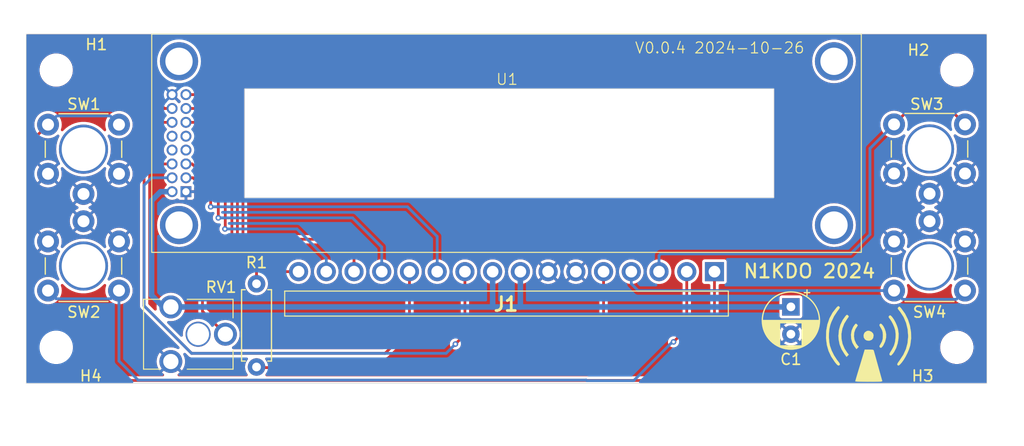
<source format=kicad_pcb>
(kicad_pcb (version 20240108) (generator "pcbnew") (generator_version "8.0")
  (title_block (title "N1KDO DIsplay Board") (date "2024-10-26") (rev "0.04"))
  (layers (0 "F.Cu" signal) (31 "B.Cu" signal) (36 "B.SilkS" user "B.Silkscreen") (37 "F.SilkS" user "F.Silkscreen") (38 "B.Mask" user) (39 "F.Mask" user) (44 "Edge.Cuts" user))
  (net 0 "")
  (net 1 "GND")
  (net 2 "+3.3V")
  (net 3 "/D6")
  (net 4 "/SW3")
  (net 5 "/RS")
  (net 6 "/RW")
  (net 7 "/SW1")
  (net 8 "/D4")
  (net 9 "/D7")
  (net 10 "/SW2")
  (net 11 "/SW4")
  (net 12 "/D5")
  (net 13 "/E")
  (net 14 "Net-(U1-LED+)")
  (net 15 "/CONTRAST")
  (net 20 "/LIGHT")
  (footprint "Library:22288160" (layer "F.Cu") (at 144 126.5 180)
    (property "Reference" "J1" (at 0.05 1.75 0) (layer "F.SilkS") (effects (font (size 1.27 1.27) (thickness 0.254))))
    (property "Value" "Conn_01x16" (hide yes))
    (fp_line (start 20.32 2.954) (end -20.32 2.954) (stroke (width 0.1)) (layer "F.SilkS"))
    (fp_line (start 20.32 0.664) (end 20.32 2.954) (stroke (width 0.1)) (layer "F.SilkS"))
    (fp_line (start -20.32 2.954) (end -20.32 0.664) (stroke (width 0.1)) (layer "F.SilkS"))
    (fp_line (start -20.32 0.664) (end 20.32 0.664) (stroke (width 0.1)) (layer "F.SilkS"))
    (pad "1" thru_hole rect (at -19.05 4.734 270) (size 1.75 1.75) (drill 1.07) (layers "*.Cu" "*.Mask") (net 7 "/SW1"))
    (pad "2" thru_hole circle (at -16.51 4.734 270) (size 1.75 1.75) (drill 1.07) (layers "*.Cu" "*.Mask") (net 10 "/SW2"))
    (pad "3" thru_hole circle (at -13.97 4.734 270) (size 1.75 1.75) (drill 1.07) (layers "*.Cu" "*.Mask") (net 4 "/SW3"))
    (pad "4" thru_hole circle (at -11.43 4.734 270) (size 1.75 1.75) (drill 1.07) (layers "*.Cu" "*.Mask") (net 11 "/SW4"))
    (pad "5" thru_hole circle (at -8.89 4.734 270) (size 1.75 1.75) (drill 1.07) (layers "*.Cu" "*.Mask") (net 20 "/LIGHT"))
    (pad "6" thru_hole circle (at -6.35 4.734 270) (size 1.75 1.75) (drill 1.07) (layers "*.Cu" "*.Mask") (net 1 "GND"))
    (pad "7" thru_hole circle (at -3.81 4.734 270) (size 1.75 1.75) (drill 1.07) (layers "*.Cu" "*.Mask") (net 1 "GND"))
    (pad "8" thru_hole circle (at -1.27 4.734 270) (size 1.75 1.75) (drill 1.07) (layers "*.Cu" "*.Mask") (net 2 "+3.3V"))
    (pad "9" thru_hole circle (at 1.27 4.734 270) (size 1.75 1.75) (drill 1.07) (layers "*.Cu" "*.Mask") (net 2 "+3.3V"))
    (pad "10" thru_hole circle (at 3.81 4.734 270) (size 1.75 1.75) (drill 1.07) (layers "*.Cu" "*.Mask") (net 5 "/RS"))
    (pad "11" thru_hole circle (at 6.35 4.734 270) (size 1.75 1.75) (drill 1.07) (layers "*.Cu" "*.Mask") (net 6 "/RW"))
    (pad "12" thru_hole circle (at 8.89 4.734 270) (size 1.75 1.75) (drill 1.07) (layers "*.Cu" "*.Mask") (net 13 "/E"))
    (pad "13" thru_hole circle (at 11.43 4.734 270) (size 1.75 1.75) (drill 1.07) (layers "*.Cu" "*.Mask") (net 8 "/D4"))
    (pad "14" thru_hole circle (at 13.97 4.734 270) (size 1.75 1.75) (drill 1.07) (layers "*.Cu" "*.Mask") (net 12 "/D5"))
    (pad "15" thru_hole circle (at 16.51 4.734 270) (size 1.75 1.75) (drill 1.07) (layers "*.Cu" "*.Mask") (net 3 "/D6"))
    (pad "16" thru_hole circle (at 19.05 4.734 270) (size 1.75 1.75) (drill 1.07) (layers "*.Cu" "*.Mask") (net 9 "/D7"))
  )
  (footprint "Capacitor_THT:CP_Radial_D5.0mm_P2.50mm" (layer "F.Cu") (at 170.05 124.994888 -90)
    (property "Reference" "C1" (at 4.805112 0 180) (layer "F.SilkS"))
    (property "Value" "1uF")
    (fp_line (start 1.49 1.04) (end 1.49 2.569) (stroke (width 0.12)) (layer "F.SilkS"))
    (fp_line (start 1.53 1.04) (end 1.53 2.565) (stroke (width 0.12)) (layer "F.SilkS"))
    (fp_line (start 1.57 1.04) (end 1.57 2.561) (stroke (width 0.12)) (layer "F.SilkS"))
    (fp_line (start 1.61 1.04) (end 1.61 2.556) (stroke (width 0.12)) (layer "F.SilkS"))
    (fp_line (start 1.65 1.04) (end 1.65 2.55) (stroke (width 0.12)) (layer "F.SilkS"))
    (fp_line (start 1.69 1.04) (end 1.69 2.543) (stroke (width 0.12)) (layer "F.SilkS"))
    (fp_line (start 1.73 1.04) (end 1.73 2.536) (stroke (width 0.12)) (layer "F.SilkS"))
    (fp_line (start 1.77 1.04) (end 1.77 2.528) (stroke (width 0.12)) (layer "F.SilkS"))
    (fp_line (start 1.81 1.04) (end 1.81 2.52) (stroke (width 0.12)) (layer "F.SilkS"))
    (fp_line (start 1.85 1.04) (end 1.85 2.511) (stroke (width 0.12)) (layer "F.SilkS"))
    (fp_line (start 1.89 1.04) (end 1.89 2.501) (stroke (width 0.12)) (layer "F.SilkS"))
    (fp_line (start 1.93 1.04) (end 1.93 2.491) (stroke (width 0.12)) (layer "F.SilkS"))
    (fp_line (start 1.971 1.04) (end 1.971 2.48) (stroke (width 0.12)) (layer "F.SilkS"))
    (fp_line (start 2.011 1.04) (end 2.011 2.468) (stroke (width 0.12)) (layer "F.SilkS"))
    (fp_line (start 2.051 1.04) (end 2.051 2.455) (stroke (width 0.12)) (layer "F.SilkS"))
    (fp_line (start 2.091 1.04) (end 2.091 2.442) (stroke (width 0.12)) (layer "F.SilkS"))
    (fp_line (start 2.131 1.04) (end 2.131 2.428) (stroke (width 0.12)) (layer "F.SilkS"))
    (fp_line (start 2.171 1.04) (end 2.171 2.414) (stroke (width 0.12)) (layer "F.SilkS"))
    (fp_line (start 2.211 1.04) (end 2.211 2.398) (stroke (width 0.12)) (layer "F.SilkS"))
    (fp_line (start 2.251 1.04) (end 2.251 2.382) (stroke (width 0.12)) (layer "F.SilkS"))
    (fp_line (start 2.291 1.04) (end 2.291 2.365) (stroke (width 0.12)) (layer "F.SilkS"))
    (fp_line (start 2.331 1.04) (end 2.331 2.348) (stroke (width 0.12)) (layer "F.SilkS"))
    (fp_line (start 2.371 1.04) (end 2.371 2.329) (stroke (width 0.12)) (layer "F.SilkS"))
    (fp_line (start 2.411 1.04) (end 2.411 2.31) (stroke (width 0.12)) (layer "F.SilkS"))
    (fp_line (start 2.451 1.04) (end 2.451 2.29) (stroke (width 0.12)) (layer "F.SilkS"))
    (fp_line (start 2.491 1.04) (end 2.491 2.268) (stroke (width 0.12)) (layer "F.SilkS"))
    (fp_line (start 2.531 1.04) (end 2.531 2.247) (stroke (width 0.12)) (layer "F.SilkS"))
    (fp_line (start 2.571 1.04) (end 2.571 2.224) (stroke (width 0.12)) (layer "F.SilkS"))
    (fp_line (start 2.611 1.04) (end 2.611 2.2) (stroke (width 0.12)) (layer "F.SilkS"))
    (fp_line (start 2.651 1.04) (end 2.651 2.175) (stroke (width 0.12)) (layer "F.SilkS"))
    (fp_line (start 2.691 1.04) (end 2.691 2.149) (stroke (width 0.12)) (layer "F.SilkS"))
    (fp_line (start 2.731 1.04) (end 2.731 2.122) (stroke (width 0.12)) (layer "F.SilkS"))
    (fp_line (start 2.771 1.04) (end 2.771 2.095) (stroke (width 0.12)) (layer "F.SilkS"))
    (fp_line (start 2.811 1.04) (end 2.811 2.065) (stroke (width 0.12)) (layer "F.SilkS"))
    (fp_line (start 2.851 1.04) (end 2.851 2.035) (stroke (width 0.12)) (layer "F.SilkS"))
    (fp_line (start 2.891 1.04) (end 2.891 2.004) (stroke (width 0.12)) (layer "F.SilkS"))
    (fp_line (start 2.931 1.04) (end 2.931 1.971) (stroke (width 0.12)) (layer "F.SilkS"))
    (fp_line (start 2.971 1.04) (end 2.971 1.937) (stroke (width 0.12)) (layer "F.SilkS"))
    (fp_line (start 3.011 1.04) (end 3.011 1.901) (stroke (width 0.12)) (layer "F.SilkS"))
    (fp_line (start 3.051 1.04) (end 3.051 1.864) (stroke (width 0.12)) (layer "F.SilkS"))
    (fp_line (start 3.091 1.04) (end 3.091 1.826) (stroke (width 0.12)) (layer "F.SilkS"))
    (fp_line (start 3.131 1.04) (end 3.131 1.785) (stroke (width 0.12)) (layer "F.SilkS"))
    (fp_line (start 3.171 1.04) (end 3.171 1.743) (stroke (width 0.12)) (layer "F.SilkS"))
    (fp_line (start 3.211 1.04) (end 3.211 1.699) (stroke (width 0.12)) (layer "F.SilkS"))
    (fp_line (start 3.251 1.04) (end 3.251 1.653) (stroke (width 0.12)) (layer "F.SilkS"))
    (fp_line (start 3.291 1.04) (end 3.291 1.605) (stroke (width 0.12)) (layer "F.SilkS"))
    (fp_line (start 3.331 1.04) (end 3.331 1.554) (stroke (width 0.12)) (layer "F.SilkS"))
    (fp_line (start 3.371 1.04) (end 3.371 1.5) (stroke (width 0.12)) (layer "F.SilkS"))
    (fp_line (start 3.411 1.04) (end 3.411 1.443) (stroke (width 0.12)) (layer "F.SilkS"))
    (fp_line (start 3.451 1.04) (end 3.451 1.383) (stroke (width 0.12)) (layer "F.SilkS"))
    (fp_line (start 3.491 1.04) (end 3.491 1.319) (stroke (width 0.12)) (layer "F.SilkS"))
    (fp_line (start 3.531 1.04) (end 3.531 1.251) (stroke (width 0.12)) (layer "F.SilkS"))
    (fp_line (start 3.851 -0.284) (end 3.851 0.284) (stroke (width 0.12)) (layer "F.SilkS"))
    (fp_line (start 3.811 -0.518) (end 3.811 0.518) (stroke (width 0.12)) (layer "F.SilkS"))
    (fp_line (start 3.771 -0.677) (end 3.771 0.677) (stroke (width 0.12)) (layer "F.SilkS"))
    (fp_line (start 3.731 -0.805) (end 3.731 0.805) (stroke (width 0.12)) (layer "F.SilkS"))
    (fp_line (start 3.691 -0.915) (end 3.691 0.915) (stroke (width 0.12)) (layer "F.SilkS"))
    (fp_line (start 3.651 -1.011) (end 3.651 1.011) (stroke (width 0.12)) (layer "F.SilkS"))
    (fp_line (start 3.611 -1.098) (end 3.611 1.098) (stroke (width 0.12)) (layer "F.SilkS"))
    (fp_line (start 3.571 -1.178) (end 3.571 1.178) (stroke (width 0.12)) (layer "F.SilkS"))
    (fp_line (start 3.531 -1.251) (end 3.531 -1.04) (stroke (width 0.12)) (layer "F.SilkS"))
    (fp_line (start 3.491 -1.319) (end 3.491 -1.04) (stroke (width 0.12)) (layer "F.SilkS"))
    (fp_line (start 3.451 -1.383) (end 3.451 -1.04) (stroke (width 0.12)) (layer "F.SilkS"))
    (fp_line (start 3.411 -1.443) (end 3.411 -1.04) (stroke (width 0.12)) (layer "F.SilkS"))
    (fp_line (start -1.554775 -1.475) (end -1.054775 -1.475) (stroke (width 0.12)) (layer "F.SilkS"))
    (fp_line (start 3.371 -1.5) (end 3.371 -1.04) (stroke (width 0.12)) (layer "F.SilkS"))
    (fp_line (start 3.331 -1.554) (end 3.331 -1.04) (stroke (width 0.12)) (layer "F.SilkS"))
    (fp_line (start 3.291 -1.605) (end 3.291 -1.04) (stroke (width 0.12)) (layer "F.SilkS"))
    (fp_line (start 3.251 -1.653) (end 3.251 -1.04) (stroke (width 0.12)) (layer "F.SilkS"))
    (fp_line (start 3.211 -1.699) (end 3.211 -1.04) (stroke (width 0.12)) (layer "F.SilkS"))
    (fp_line (start -1.304775 -1.725) (end -1.304775 -1.225) (stroke (width 0.12)) (layer "F.SilkS"))
    (fp_line (start 3.171 -1.743) (end 3.171 -1.04) (stroke (width 0.12)) (layer "F.SilkS"))
    (fp_line (start 3.131 -1.785) (end 3.131 -1.04) (stroke (width 0.12)) (layer "F.SilkS"))
    (fp_line (start 3.091 -1.826) (end 3.091 -1.04) (stroke (width 0.12)) (layer "F.SilkS"))
    (fp_line (start 3.051 -1.864) (end 3.051 -1.04) (stroke (width 0.12)) (layer "F.SilkS"))
    (fp_line (start 3.011 -1.901) (end 3.011 -1.04) (stroke (width 0.12)) (layer "F.SilkS"))
    (fp_line (start 2.971 -1.937) (end 2.971 -1.04) (stroke (width 0.12)) (layer "F.SilkS"))
    (fp_line (start 2.931 -1.971) (end 2.931 -1.04) (stroke (width 0.12)) (layer "F.SilkS"))
    (fp_line (start 2.891 -2.004) (end 2.891 -1.04) (stroke (width 0.12)) (layer "F.SilkS"))
    (fp_line (start 2.851 -2.035) (end 2.851 -1.04) (stroke (width 0.12)) (layer "F.SilkS"))
    (fp_line (start 2.811 -2.065) (end 2.811 -1.04) (stroke (width 0.12)) (layer "F.SilkS"))
    (fp_line (start 2.771 -2.095) (end 2.771 -1.04) (stroke (width 0.12)) (layer "F.SilkS"))
    (fp_line (start 2.731 -2.122) (end 2.731 -1.04) (stroke (width 0.12)) (layer "F.SilkS"))
    (fp_line (start 2.691 -2.149) (end 2.691 -1.04) (stroke (width 0.12)) (layer "F.SilkS"))
    (fp_line (start 2.651 -2.175) (end 2.651 -1.04) (stroke (width 0.12)) (layer "F.SilkS"))
    (fp_line (start 2.611 -2.2) (end 2.611 -1.04) (stroke (width 0.12)) (layer "F.SilkS"))
    (fp_line (start 2.571 -2.224) (end 2.571 -1.04) (stroke (width 0.12)) (layer "F.SilkS"))
    (fp_line (start 2.531 -2.247) (end 2.531 -1.04) (stroke (width 0.12)) (layer "F.SilkS"))
    (fp_line (start 2.491 -2.268) (end 2.491 -1.04) (stroke (width 0.12)) (layer "F.SilkS"))
    (fp_line (start 2.451 -2.29) (end 2.451 -1.04) (stroke (width 0.12)) (layer "F.SilkS"))
    (fp_line (start 2.411 -2.31) (end 2.411 -1.04) (stroke (width 0.12)) (layer "F.SilkS"))
    (fp_line (start 2.371 -2.329) (end 2.371 -1.04) (stroke (width 0.12)) (layer "F.SilkS"))
    (fp_line (start 2.331 -2.348) (end 2.331 -1.04) (stroke (width 0.12)) (layer "F.SilkS"))
    (fp_line (start 2.291 -2.365) (end 2.291 -1.04) (stroke (width 0.12)) (layer "F.SilkS"))
    (fp_line (start 2.251 -2.382) (end 2.251 -1.04) (stroke (width 0.12)) (layer "F.SilkS"))
    (fp_line (start 2.211 -2.398) (end 2.211 -1.04) (stroke (width 0.12)) (layer "F.SilkS"))
    (fp_line (start 2.171 -2.414) (end 2.171 -1.04) (stroke (width 0.12)) (layer "F.SilkS"))
    (fp_line (start 2.131 -2.428) (end 2.131 -1.04) (stroke (width 0.12)) (layer "F.SilkS"))
    (fp_line (start 2.091 -2.442) (end 2.091 -1.04) (stroke (width 0.12)) (layer "F.SilkS"))
    (fp_line (start 2.051 -2.455) (end 2.051 -1.04) (stroke (width 0.12)) (layer "F.SilkS"))
    (fp_line (start 2.011 -2.468) (end 2.011 -1.04) (stroke (width 0.12)) (layer "F.SilkS"))
    (fp_line (start 1.971 -2.48) (end 1.971 -1.04) (stroke (width 0.12)) (layer "F.SilkS"))
    (fp_line (start 1.93 -2.491) (end 1.93 -1.04) (stroke (width 0.12)) (layer "F.SilkS"))
    (fp_line (start 1.89 -2.501) (end 1.89 -1.04) (stroke (width 0.12)) (layer "F.SilkS"))
    (fp_line (start 1.85 -2.511) (end 1.85 -1.04) (stroke (width 0.12)) (layer "F.SilkS"))
    (fp_line (start 1.81 -2.52) (end 1.81 -1.04) (stroke (width 0.12)) (layer "F.SilkS"))
    (fp_line (start 1.77 -2.528) (end 1.77 -1.04) (stroke (width 0.12)) (layer "F.SilkS"))
    (fp_line (start 1.73 -2.536) (end 1.73 -1.04) (stroke (width 0.12)) (layer "F.SilkS"))
    (fp_line (start 1.69 -2.543) (end 1.69 -1.04) (stroke (width 0.12)) (layer "F.SilkS"))
    (fp_line (start 1.65 -2.55) (end 1.65 -1.04) (stroke (width 0.12)) (layer "F.SilkS"))
    (fp_line (start 1.61 -2.556) (end 1.61 -1.04) (stroke (width 0.12)) (layer "F.SilkS"))
    (fp_line (start 1.57 -2.561) (end 1.57 -1.04) (stroke (width 0.12)) (layer "F.SilkS"))
    (fp_line (start 1.53 -2.565) (end 1.53 -1.04) (stroke (width 0.12)) (layer "F.SilkS"))
    (fp_line (start 1.49 -2.569) (end 1.49 -1.04) (stroke (width 0.12)) (layer "F.SilkS"))
    (fp_line (start 1.45 -2.573) (end 1.45 2.573) (stroke (width 0.12)) (layer "F.SilkS"))
    (fp_line (start 1.41 -2.576) (end 1.41 2.576) (stroke (width 0.12)) (layer "F.SilkS"))
    (fp_line (start 1.37 -2.578) (end 1.37 2.578) (stroke (width 0.12)) (layer "F.SilkS"))
    (fp_line (start 1.33 -2.579) (end 1.33 2.579) (stroke (width 0.12)) (layer "F.SilkS"))
    (fp_line (start 1.25 -2.58) (end 1.25 2.58) (stroke (width 0.12)) (layer "F.SilkS"))
    (fp_line (start 1.29 -2.58) (end 1.29 2.58) (stroke (width 0.12)) (layer "F.SilkS"))
    (fp_circle (center 1.25 0) (end 3.87 0) (stroke (width 0.12)) (fill none) (layer "F.SilkS"))
    (pad "1" thru_hole rect (at 0 0 270) (size 1.6 1.6) (drill 0.8) (layers "*.Cu" "*.Mask") (net 2 "+3.3V"))
    (pad "2" thru_hole circle (at 2.5 0 270) (size 1.6 1.6) (drill 0.8) (layers "*.Cu" "*.Mask") (net 1 "GND"))
  )
  (footprint "Library:NHD-0220FZW-GBW-P-33V3" (layer "F.Cu") (at 111.5 100)
    (property "Reference" "U1" (at 32.55 4.15 0) (layer "F.SilkS") (effects (font (thickness 0.1))))
    (property "Value" "~")
    (fp_rect (start 0 0) (end 65 20) (stroke (width 0.1)) (fill none) (layer "F.SilkS"))
    (fp_rect (start 8.5 5) (end 57 15) (stroke (width 0.05)) (fill none) (layer "Edge.Cuts"))
    (pad "" thru_hole circle (at 2.5 2.5) (size 3.5 3.5) (drill 2.5) (layers "*.Cu" "*.Mask"))
    (pad "" thru_hole circle (at 2.5 17.5) (size 3.5 3.5) (drill 2.5) (layers "*.Cu" "*.Mask"))
    (pad "" thru_hole circle (at 62.5 2.5) (size 3.5 3.5) (drill 2.5) (layers "*.Cu" "*.Mask"))
    (pad "" thru_hole circle (at 62.5 17.5) (size 3.5 3.5) (drill 2.5) (layers "*.Cu" "*.Mask"))
    (pad "1" thru_hole rect (at 3.135 14.44) (size 1 1) (drill 0.65) (layers "*.Cu" "*.Mask") (net 1 "GND"))
    (pad "2" thru_hole circle (at 1.865 14.44) (size 1 1) (drill 0.65) (layers "*.Cu" "*.Mask") (net 2 "+3.3V"))
    (pad "3" thru_hole circle (at 3.135 13.17) (size 1 1) (drill 0.65) (layers "*.Cu" "*.Mask") (net 15 "/CONTRAST"))
    (pad "4" thru_hole circle (at 1.865 13.17) (size 1 1) (drill 0.65) (layers "*.Cu" "*.Mask") (net 5 "/RS"))
    (pad "5" thru_hole circle (at 3.135 11.9) (size 1 1) (drill 0.65) (layers "*.Cu" "*.Mask") (net 6 "/RW"))
    (pad "6" thru_hole circle (at 1.865 11.9) (size 1 1) (drill 0.65) (layers "*.Cu" "*.Mask") (net 13 "/E"))
    (pad "7" thru_hole circle (at 3.135 10.63) (size 1 1) (drill 0.65) (layers "*.Cu" "*.Mask"))
    (pad "8" thru_hole circle (at 1.865 10.63) (size 1 1) (drill 0.65) (layers "*.Cu" "*.Mask"))
    (pad "9" thru_hole circle (at 3.135 9.36) (size 1 1) (drill 0.65) (layers "*.Cu" "*.Mask"))
    (pad "10" thru_hole circle (at 1.865 9.36) (size 1 1) (drill 0.65) (layers "*.Cu" "*.Mask"))
    (pad "11" thru_hole circle (at 3.135 8.09) (size 1 1) (drill 0.65) (layers "*.Cu" "*.Mask") (net 8 "/D4"))
    (pad "12" thru_hole circle (at 1.865 8.09) (size 1 1) (drill 0.65) (layers "*.Cu" "*.Mask") (net 12 "/D5"))
    (pad "13" thru_hole circle (at 3.135 6.82) (size 1 1) (drill 0.65) (layers "*.Cu" "*.Mask") (net 3 "/D6"))
    (pad "14" thru_hole circle (at 1.865 6.82) (size 1 1) (drill 0.65) (layers "*.Cu" "*.Mask") (net 9 "/D7"))
    (pad "15" thru_hole circle (at 3.135 5.55) (size 1 1) (drill 0.65) (layers "*.Cu" "*.Mask") (net 14 "Net-(U1-LED+)"))
    (pad "16" thru_hole circle (at 1.865 5.55) (size 1 1) (drill 0.65) (layers "*.Cu" "*.Mask") (net 1 "GND"))
  )
  (footprint "Library:MountingHole_4-40" (layer "F.Cu") (at 185.25 103.3)
    (property "Reference" "H2" (at -3.513 -1.827 0) (layer "F.SilkS"))
    (property "Value" "MountingHole")
    (pad "" np_thru_hole circle (at 0 0) (size 2.8 2.8) (drill 2.8) (layers "F&B.Cu" "*.Mask"))
  )
  (footprint "Library:SKHHQNA010" (layer "F.Cu") (at 108.5 123.5 180)
    (property "Reference" "SW2" (at 3.217 -1.976 0) (layer "F.SilkS"))
    (property "Value" "SW_Push")
    (fp_line (start 6.75 3) (end 6.75 1.5) (stroke (width 0.12)) (layer "F.SilkS"))
    (fp_line (start 5.5 -1) (end 1 -1) (stroke (width 0.12)) (layer "F.SilkS"))
    (fp_line (start -0.25 1.5) (end -0.25 3) (stroke (width 0.12)) (layer "F.SilkS"))
    (pad "" thru_hole circle (at 3.25 2.25 270) (size 4.5 4.5) (drill 4) (layers "*.Cu" "*.Mask"))
    (pad "1" thru_hole circle (at 0 0 270) (size 2 2) (drill 1.1) (layers "*.Cu" "*.Mask") (net 10 "/SW2"))
    (pad "1" thru_hole circle (at 6.5 0 270) (size 2 2) (drill 1.1) (layers "*.Cu" "*.Mask") (net 10 "/SW2"))
    (pad "2" thru_hole circle (at 0 4.5 270) (size 2 2) (drill 1.1) (layers "*.Cu" "*.Mask") (net 1 "GND"))
    (pad "2" thru_hole circle (at 6.5 4.5 270) (size 2 2) (drill 1.1) (layers "*.Cu" "*.Mask") (net 1 "GND"))
    (pad "3" thru_hole circle (at 3.25 6.35 270) (size 2 2) (drill 1.1) (layers "*.Cu" "*.Mask") (net 1 "GND"))
  )
  (footprint "Library:N6L50T0C103" (layer "F.Cu") (at 115.75 127.5 -90)
    (property "Reference" "RV1" (at -4.31 -2.106 0) (layer "F.SilkS"))
    (property "Value" "10000" (hide yes))
    (fp_line (start -3.2 5) (end 3.2 5) (stroke (width 0.1)) (layer "F.SilkS"))
    (fp_line (start 3.2 5) (end 3.2 3.5) (stroke (width 0.1)) (layer "F.SilkS"))
    (fp_line (start -3.2 3.5) (end -3.2 5) (stroke (width 0.1)) (layer "F.SilkS"))
    (fp_line (start -3.2 1) (end -3.2 -3.2) (stroke (width 0.1)) (layer "F.SilkS"))
    (fp_line (start -3.2 -3.2) (end -1.5 -3.2) (stroke (width 0.1)) (layer "F.SilkS"))
    (fp_line (start 1.5 -3.2) (end 3.2 -3.2) (stroke (width 0.1)) (layer "F.SilkS"))
    (fp_line (start 3.2 -3.2) (end 3.2 1) (stroke (width 0.1)) (layer "F.SilkS"))
    (pad "" thru_hole circle (at 0 0 270) (size 2.3 2.3) (drill 2) (layers "*.Cu"))
    (pad "1" thru_hole circle (at -2.5 2.5 270) (size 2.1 2.1) (drill 1.4) (layers "*.Cu" "*.Mask") (net 2 "+3.3V"))
    (pad "2" thru_hole circle (at 0 -2.5 270) (size 2.1 2.1) (drill 1.4) (layers "*.Cu" "*.Mask") (net 15 "/CONTRAST"))
    (pad "3" thru_hole circle (at 2.5 2.5 270) (size 2.1 2.1) (drill 1.4) (layers "*.Cu" "*.Mask") (net 1 "GND"))
  )
  (footprint "Library:MountingHole_4-40" (layer "F.Cu") (at 102.75 128.7)
    (property "Reference" "H4" (at 3.168 2.618 0) (layer "F.SilkS"))
    (property "Value" "MountingHole")
    (pad "" np_thru_hole circle (at 0 0) (size 2.8 2.8) (drill 2.8) (layers "F&B.Cu" "*.Mask"))
  )
  (footprint "Library:SKHHQNA010" (layer "F.Cu") (at 102 108.3)
    (property "Reference" "SW1" (at 3.283 -1.874 0) (layer "F.SilkS"))
    (property "Value" "SW_Push")
    (fp_line (start -0.25 1.5) (end -0.25 3) (stroke (width 0.12)) (layer "F.SilkS"))
    (fp_line (start 5.5 -1) (end 1 -1) (stroke (width 0.12)) (layer "F.SilkS"))
    (fp_line (start 6.75 3) (end 6.75 1.5) (stroke (width 0.12)) (layer "F.SilkS"))
    (pad "" thru_hole circle (at 3.25 2.25 90) (size 4.5 4.5) (drill 4) (layers "*.Cu" "*.Mask"))
    (pad "1" thru_hole circle (at 0 0 90) (size 2 2) (drill 1.1) (layers "*.Cu" "*.Mask") (net 7 "/SW1"))
    (pad "1" thru_hole circle (at 6.5 0 90) (size 2 2) (drill 1.1) (layers "*.Cu" "*.Mask") (net 7 "/SW1"))
    (pad "2" thru_hole circle (at 0 4.5 90) (size 2 2) (drill 1.1) (layers "*.Cu" "*.Mask") (net 1 "GND"))
    (pad "2" thru_hole circle (at 6.5 4.5 90) (size 2 2) (drill 1.1) (layers "*.Cu" "*.Mask") (net 1 "GND"))
    (pad "3" thru_hole circle (at 3.25 6.35 90) (size 2 2) (drill 1.1) (layers "*.Cu" "*.Mask") (net 1 "GND"))
  )
  (footprint "Resistor_THT:R_Axial_DIN0207_L6.3mm_D2.5mm_P7.62mm_Horizontal" (layer "F.Cu") (at 121.1 130.5 90)
    (property "Reference" "R1" (at 9.56 0 180) (layer "F.SilkS"))
    (property "Value" "220")
    (fp_line (start 7.08 -1.37) (end 7.08 -1.04) (stroke (width 0.12)) (layer "F.SilkS"))
    (fp_line (start 0.54 -1.37) (end 7.08 -1.37) (stroke (width 0.12)) (layer "F.SilkS"))
    (fp_line (start 0.54 -1.04) (end 0.54 -1.37) (stroke (width 0.12)) (layer "F.SilkS"))
    (fp_line (start 0.54 1.04) (end 0.54 1.37) (stroke (width 0.12)) (layer "F.SilkS"))
    (fp_line (start 7.08 1.37) (end 7.08 1.04) (stroke (width 0.12)) (layer "F.SilkS"))
    (fp_line (start 0.54 1.37) (end 7.08 1.37) (stroke (width 0.12)) (layer "F.SilkS"))
    (pad "1" thru_hole circle (at 0 0 90) (size 1.6 1.6) (drill 0.8) (layers "*.Cu" "*.Mask") (net 20 "/LIGHT"))
    (pad "2" thru_hole oval (at 7.62 0 90) (size 1.6 1.6) (drill 0.8) (layers "*.Cu" "*.Mask") (net 14 "Net-(U1-LED+)"))
  )
  (footprint "Library:SKHHQNA010" (layer "F.Cu") (at 179.5 108.275)
    (property "Reference" "SW3" (at 2.999 -1.849 0) (layer "F.SilkS"))
    (property "Value" "SW_Push")
    (fp_line (start -0.25 1.5) (end -0.25 3) (stroke (width 0.12)) (layer "F.SilkS"))
    (fp_line (start 5.5 -1) (end 1 -1) (stroke (width 0.12)) (layer "F.SilkS"))
    (fp_line (start 6.75 3) (end 6.75 1.5) (stroke (width 0.12)) (layer "F.SilkS"))
    (pad "" thru_hole circle (at 3.25 2.25 90) (size 4.5 4.5) (drill 4) (layers "*.Cu" "*.Mask"))
    (pad "1" thru_hole circle (at 0 0 90) (size 2 2) (drill 1.1) (layers "*.Cu" "*.Mask") (net 4 "/SW3"))
    (pad "1" thru_hole circle (at 6.5 0 90) (size 2 2) (drill 1.1) (layers "*.Cu" "*.Mask") (net 4 "/SW3"))
    (pad "2" thru_hole circle (at 0 4.5 90) (size 2 2) (drill 1.1) (layers "*.Cu" "*.Mask") (net 1 "GND"))
    (pad "2" thru_hole circle (at 6.5 4.5 90) (size 2 2) (drill 1.1) (layers "*.Cu" "*.Mask") (net 1 "GND"))
    (pad "3" thru_hole circle (at 3.25 6.35 90) (size 2 2) (drill 1.1) (layers "*.Cu" "*.Mask") (net 1 "GND"))
  )
  (footprint "Library:SKHHQNA010" (layer "F.Cu") (at 186 123.5 180)
    (property "Reference" "SW4" (at 3.247 -1.976 0) (layer "F.SilkS"))
    (property "Value" "SW_Push")
    (fp_line (start 6.75 3) (end 6.75 1.5) (stroke (width 0.12)) (layer "F.SilkS"))
    (fp_line (start 5.5 -1) (end 1 -1) (stroke (width 0.12)) (layer "F.SilkS"))
    (fp_line (start -0.25 1.5) (end -0.25 3) (stroke (width 0.12)) (layer "F.SilkS"))
    (pad "" thru_hole circle (at 3.25 2.25 270) (size 4.5 4.5) (drill 4) (layers "*.Cu" "*.Mask"))
    (pad "1" thru_hole circle (at 0 0 270) (size 2 2) (drill 1.1) (layers "*.Cu" "*.Mask") (net 11 "/SW4"))
    (pad "1" thru_hole circle (at 6.5 0 270) (size 2 2) (drill 1.1) (layers "*.Cu" "*.Mask") (net 11 "/SW4"))
    (pad "2" thru_hole circle (at 0 4.5 270) (size 2 2) (drill 1.1) (layers "*.Cu" "*.Mask") (net 1 "GND"))
    (pad "2" thru_hole circle (at 6.5 4.5 270) (size 2 2) (drill 1.1) (layers "*.Cu" "*.Mask") (net 1 "GND"))
    (pad "3" thru_hole circle (at 3.25 6.35 270) (size 2 2) (drill 1.1) (layers "*.Cu" "*.Mask") (net 1 "GND"))
  )
  (footprint "Library:MountingHole_4-40" (layer "F.Cu") (at 102.75 103.3)
    (property "Reference" "H1" (at 3.676 -2.335 0) (layer "F.SilkS"))
    (property "Value" "MountingHole")
    (pad "" np_thru_hole circle (at 0 0) (size 2.8 2.8) (drill 2.8) (layers "F&B.Cu" "*.Mask"))
  )
  (footprint "Library:MountingHole_4-40" (layer "F.Cu") (at 185.25 128.7)
    (property "Reference" "H3" (at -3.132 2.618 0) (layer "F.SilkS"))
    (property "Value" "MountingHole")
    (pad "" np_thru_hole circle (at 0 0) (size 2.8 2.8) (drill 2.8) (layers "F&B.Cu" "*.Mask"))
  )
  (footprint "Library:non-ionizing-bigger" (layer "F.Cu") (at 177.165 128.397)
    (property "Reference" "G1" (hide yes))
    (property "Value" "Non-Ionizing" (hide yes))
    (fp_poly (pts (xy 0.239931 -1.133503) (xy 0.300902 -1.087685) (xy 0.410841 -0.970749) (xy 0.453275 -0.839761) (xy 0.4572 -0.755176) (xy 0.415481 -0.542704) (xy 0.296572 -0.39266) (xy 0.109837 -0.314269) (xy 0 -0.3048) (xy -0.183442 -0.330641) (xy -0.322535 -0.419736) (xy -0.33251 -0.429491) (xy -0.438007 -0.600263) (xy -0.459681 -0.796796) (xy -0.397969 -0.988081) (xy -0.323273 -1.085273) (xy -0.148882 -1.197644) (xy 0.043674 -1.213739) (xy 0.239931 -1.133503)) (stroke (width 0.01)) (fill solid) (layer "F.SilkS"))
    (fp_poly (pts (xy -1.06534 -1.802079) (xy -0.998617 -1.725745) (xy -1.008856 -1.66328) (xy -1.03507 -1.630055) (xy -1.215279 -1.351242) (xy -1.315732 -1.031928) (xy -1.336858 -0.694001) (xy -1.279088 -0.35935) (xy -1.142854 -0.049864) (xy -1.000234 0.140954) (xy -0.894332 0.256509) (xy -1.107534 0.469711) (xy -1.290374 0.222155) (xy -1.482894 -0.116745) (xy -1.590397 -0.484473) (xy -1.613099 -0.862503) (xy -1.551213 -1.232311) (xy -1.404956 -1.575369) (xy -1.267262 -1.772224) (xy -1.192321 -1.852397) (xy -1.137621 -1.858868) (xy -1.06534 -1.802079)) (stroke (width 0.01)) (fill solid) (layer "F.SilkS"))
    (fp_poly (pts (xy -1.923869 -2.65447) (xy -1.884736 -2.620848) (xy -1.831812 -2.566454) (xy -1.820924 -2.515154) (xy -1.858598 -2.439932) (xy -1.95136 -2.313773) (xy -1.962426 -2.299269) (xy -2.226331 -1.875303) (xy -2.400301 -1.421441) (xy -2.484316 -0.950833) (xy -2.478357 -0.476628) (xy -2.382404 -0.011974) (xy -2.196437 0.429981) (xy -1.967069 0.778617) (xy -1.814058 0.973034) (xy -1.915755 1.074732) (xy -2.017453 1.17643) (xy -2.196148 0.931115) (xy -2.47223 0.486614) (xy -2.653464 0.034691) (xy -2.746 -0.443079) (xy -2.761528 -0.762) (xy -2.715952 -1.264644) (xy -2.584228 -1.749665) (xy -2.373866 -2.195886) (xy -2.132409 -2.536425) (xy -2.038407 -2.640949) (xy -1.978828 -2.676911) (xy -1.923869 -2.65447)) (stroke (width 0.01)) (fill solid) (layer "F.SilkS"))
    (fp_poly (pts (xy 1.161168 -1.849741) (xy 1.239447 -1.782841) (xy 1.366292 -1.617475) (xy 1.480644 -1.385727) (xy 1.567852 -1.122793) (xy 1.610772 -0.890985) (xy 1.600779 -0.564766) (xy 1.514239 -0.221701) (xy 1.360921 0.101459) (xy 1.336848 0.1397) (xy 1.22659 0.287943) (xy 1.139439 0.347909) (xy 1.061514 0.325948) (xy 1.020264 0.284538) (xy 0.995156 0.217867) (xy 1.027532 0.123569) (xy 1.087129 0.028039) (xy 1.227751 -0.225803) (xy 1.300644 -0.488597) (xy 1.315186 -0.797431) (xy 1.312254 -0.862141) (xy 1.288982 -1.087307) (xy 1.238808 -1.263503) (xy 1.145934 -1.442749) (xy 1.126104 -1.475109) (xy 1.036611 -1.625748) (xy 0.997894 -1.718083) (xy 1.003402 -1.777693) (xy 1.037474 -1.821246) (xy 1.099352 -1.866702) (xy 1.161168 -1.849741)) (stroke (width 0.01)) (fill solid) (layer "F.SilkS"))
    (fp_poly (pts (xy -2.735346 -3.461867) (xy -2.68835 -3.425335) (xy -2.646355 -3.379033) (xy -2.639155 -3.328849) (xy -2.674835 -3.253934) (xy -2.76148 -3.133436) (xy -2.841559 -3.030246) (xy -3.165788 -2.543211) (xy -3.418082 -1.99863) (xy -3.512 -1.72541) (xy -3.585816 -1.392648) (xy -3.625907 -1.001114) (xy -3.631741 -0.588061) (xy -3.602786 -0.190744) (xy -3.538827 0.1524) (xy -3.383759 0.59512) (xy -3.162194 1.041533) (xy -2.896979 1.446947) (xy -2.839165 1.521094) (xy -2.710685 1.687605) (xy -2.642773 1.797534) (xy -2.626601 1.868504) (xy -2.644861 1.908928) (xy -2.712936 1.966124) (xy -2.786918 1.964903) (xy -2.880005 1.897358) (xy -3.005398 1.755579) (xy -3.096551 1.6383) (xy -3.426565 1.141852) (xy -3.663962 0.638179) (xy -3.816673 0.105476) (xy -3.89263 -0.47806) (xy -3.897519 -0.563608) (xy -3.881895 -1.192399) (xy -3.774078 -1.793624) (xy -3.577071 -2.358456) (xy -3.293874 -2.878067) (xy -2.967117 -3.300495) (xy -2.857158 -3.417062) (xy -2.78814 -3.467163) (xy -2.735346 -3.461867)) (stroke (width 0.01)) (fill solid) (layer "F.SilkS"))
    (fp_poly (pts (xy 2.031045 -2.606277) (xy 2.119837 -2.519352) (xy 2.159123 -2.474614) (xy 2.314165 -2.258078) (xy 2.467092 -1.980955) (xy 2.598429 -1.682766) (xy 2.6887 -1.40303) (xy 2.69017 -1.397) (xy 2.752081 -0.966088) (xy 2.742429 -0.512918) (xy 2.666355 -0.062063) (xy 2.528999 0.361903) (xy 2.335503 0.734407) (xy 2.208098 0.907158) (xy 2.101656 1.021985) (xy 2.028574 1.060146) (xy 1.965286 1.029132) (xy 1.933567 0.994416) (xy 1.911346 0.936139) (xy 1.935109 0.849845) (xy 2.012436 0.714043) (xy 2.056134 0.646956) (xy 2.176323 0.445977) (xy 2.289145 0.224787) (xy 2.344162 0.09704) (xy 2.422175 -0.185791) (xy 2.46896 -0.522091) (xy 2.481522 -0.868273) (xy 2.456865 -1.180753) (xy 2.438495 -1.275774) (xy 2.35734 -1.538426) (xy 2.238723 -1.820451) (xy 2.101112 -2.082847) (xy 1.962978 -2.286613) (xy 1.955614 -2.295485) (xy 1.862014 -2.417301) (xy 1.835814 -2.496224) (xy 1.872754 -2.561386) (xy 1.911644 -2.596315) (xy 1.96992 -2.627863) (xy 2.031045 -2.606277)) (stroke (width 0.01)) (fill solid) (layer "F.SilkS"))
    (fp_poly (pts (xy 2.896039 -3.371561) (xy 3.000333 -3.25402) (xy 3.338586 -2.785647) (xy 3.601411 -2.261549) (xy 3.785149 -1.697918) (xy 3.88614 -1.110945) (xy 3.900726 -0.516819) (xy 3.825247 0.068269) (xy 3.787389 0.2286) (xy 3.691808 0.517398) (xy 3.552313 0.840976) (xy 3.385655 1.16684) (xy 3.208585 1.462495) (xy 3.037854 1.69545) (xy 3.021375 1.7145) (xy 2.883234 1.866436) (xy 2.791572 1.94905) (xy 2.728531 1.971648) (xy 2.676253 1.943541) (xy 2.645918 1.910203) (xy 2.628781 1.857805) (xy 2.655357 1.77694) (xy 2.733789 1.650964) (xy 2.851013 1.491103) (xy 3.185907 0.982561) (xy 3.423564 0.463654) (xy 3.568319 -0.078233) (xy 3.624509 -0.655717) (xy 3.625558 -0.762) (xy 3.577469 -1.362431) (xy 3.438554 -1.933388) (xy 3.212606 -2.463939) (xy 2.903415 -2.943151) (xy 2.843134 -3.018379) (xy 2.733633 -3.1546) (xy 2.681674 -3.238738) (xy 2.678932 -3.296065) (xy 2.717082 -3.351854) (xy 2.728917 -3.365086) (xy 2.78378 -3.418247) (xy 2.83134 -3.423739) (xy 2.896039 -3.371561)) (stroke (width 0.01)) (fill solid) (layer "F.SilkS"))
    (fp_poly (pts (xy 0.255617 0.511349) (xy 0.381388 0.524331) (xy 0.447986 0.551348) (xy 0.476558 0.596801) (xy 0.476587 0.5969) (xy 0.49682 0.668259) (xy 0.540331 0.823588) (xy 0.603236 1.048957) (xy 0.681651 1.330433) (xy 0.771691 1.654084) (xy 0.862589 1.9812) (xy 0.960001 2.33161) (xy 1.049473 2.652817) (xy 1.12711 2.930888) (xy 1.189016 3.151893) (xy 1.231297 3.301897) (xy 1.249601 3.3655) (xy 1.252237 3.393144) (xy 1.233437 3.414398) (xy 1.18175 3.430095) (xy 1.085728 3.441067) (xy 0.93392 3.448151) (xy 0.714875 3.452178) (xy 0.417144 3.453983) (xy 0.029277 3.454399) (xy 0.028823 3.4544) (xy -0.315151 3.452919) (xy -0.622812 3.448755) (xy -0.880441 3.442328) (xy -1.074323 3.434056) (xy -1.190739 3.424357) (xy -1.218965 3.4163) (xy -1.204733 3.358558) (xy -1.165027 3.218213) (xy -1.104116 3.009809) (xy -1.026269 2.747893) (xy -0.935756 2.447008) (xy -0.894651 2.3114) (xy -0.791626 1.971915) (xy -0.691253 1.640539) (xy -0.599896 1.338329) (xy -0.523919 1.086344) (xy -0.469687 0.905643) (xy -0.460936 0.8763) (xy -0.351298 0.508) (xy 0.049527 0.508) (xy 0.255617 0.511349)) (stroke (width 0.01)) (fill solid) (layer "F.SilkS"))
  )
  (gr_rect (start 100 100) (end 188 132) (stroke (width 0.05)) (fill none) (layer "Edge.Cuts"))
  (gr_text "N1KDO 2024" (at 165.6 122.45 0) (layer "F.SilkS") (effects (font (size 1.25 1.25) (thickness 0.2)) (justify left bottom)))
  (gr_text "V0.0.4 2024-10-26" (at 155.702 101.854 0) (layer "F.SilkS") (effects (font (size 1 1) (thickness 0.1)) (justify left bottom)))
  (segment (start 112.31 114.44) (end 113.365 114.44) (width 0.508) (layer "B.Cu") (net 2))
  (segment (start 111.488 123.934) (end 111.488 115.262) (width 0.508) (layer "B.Cu") (net 2))
  (segment (start 112.554 125) (end 111.488 123.934) (width 0.508) (layer "B.Cu") (net 2))
  (segment (start 142.7 125) (end 170.044888 125) (width 0.508) (layer "B.Cu") (net 2))
  (segment (start 111.488 115.262) (end 112.31 114.44) (width 0.508) (layer "B.Cu") (net 2))
  (segment (start 142.73 121.766) (end 142.73 124.92) (width 0.508) (layer "B.Cu") (net 2))
  (segment (start 142.65 125) (end 112.554 125) (width 0.508) (layer "B.Cu") (net 2))
  (segment (start 170.044888 125) (end 170.05 124.994888) (width 0.508) (layer "B.Cu") (net 2))
  (segment (start 145.27 125) (end 145.27 121.766) (width 0.508) (layer "B.Cu") (net 2))
  (segment (start 117.42 106.82) (end 114.635 106.82) (width 0.254) (layer "F.Cu") (net 3))
  (segment (start 118.237 117.826) (end 118.237 107.637) (width 0.254) (layer "F.Cu") (net 3))
  (segment (start 118.237 107.637) (end 117.42 106.82) (width 0.254) (layer "F.Cu") (net 3))
  (segment (start 118.207 117.856) (end 118.237 117.826) (width 0.254) (layer "F.Cu") (net 3))
  (via (at 118.207 117.856) (size 0.508) (drill 0.254) (layers "F.Cu" "B.Cu") (net 3))
  (segment (start 127.49 120.54) (end 127.49 121.766) (width 0.254) (layer "B.Cu") (net 3))
  (segment (start 118.207 117.856) (end 124.806 117.856) (width 0.254) (layer "B.Cu") (net 3))
  (segment (start 124.806 117.856) (end 127.49 120.54) (width 0.254) (layer "B.Cu") (net 3))
  (segment (start 179.5 108.275) (end 180.5 107.275) (width 0.254) (layer "F.Cu") (net 4))
  (segment (start 185 107.275) (end 186 108.275) (width 0.254) (layer "F.Cu") (net 4))
  (segment (start 180.5 107.275) (end 185 107.275) (width 0.254) (layer "F.Cu") (net 4))
  (segment (start 179.5 108.275) (end 177.292 110.483) (width 0.254) (layer "B.Cu") (net 4))
  (segment (start 157.97 120.287) (end 157.97 121.766) (width 0.254) (layer "B.Cu") (net 4))
  (segment (start 177.292 118.364) (end 175.514 120.142) (width 0.254) (layer "B.Cu") (net 4))
  (segment (start 175.514 120.142) (end 158.115 120.142) (width 0.254) (layer "B.Cu") (net 4))
  (segment (start 177.292 110.483) (end 177.292 118.364) (width 0.254) (layer "B.Cu") (net 4))
  (segment (start 158.115 120.142) (end 157.97 120.287) (width 0.254) (layer "B.Cu") (net 4))
  (segment (start 140.19 121.766) (end 140.19 127.526) (width 0.254) (layer "F.Cu") (net 5))
  (segment (start 140.19 127.526) (end 139.319 128.397) (width 0.254) (layer "F.Cu") (net 5))
  (via (at 139.319 128.397) (size 0.508) (drill 0.254) (layers "F.Cu" "B.Cu") (net 5))
  (segment (start 110.8 124.897) (end 110.8 113.85) (width 0.254) (layer "B.Cu") (net 5))
  (segment (start 111.48 113.17) (end 113.365 113.17) (width 0.254) (layer "B.Cu") (net 5))
  (segment (start 110.8 113.85) (end 111.48 113.17) (width 0.254) (layer "B.Cu") (net 5))
  (segment (start 139.319 128.397) (end 138.468 129.248) (width 0.254) (layer "B.Cu") (net 5))
  (segment (start 138.468 129.248) (end 115.151 129.248) (width 0.254) (layer "B.Cu") (net 5))
  (segment (start 115.151 129.248) (end 110.8 124.897) (width 0.254) (layer "B.Cu") (net 5))
  (segment (start 115.2 111.9) (end 114.635 111.9) (width 0.254) (layer "F.Cu") (net 6))
  (segment (start 116.9 115.824) (end 116.9 113.6) (width 0.254) (layer "F.Cu") (net 6))
  (segment (start 116.9 113.6) (end 115.2 111.9) (width 0.254) (layer "F.Cu") (net 6))
  (via (at 116.9 115.824) (size 0.508) (drill 0.254) (layers "F.Cu" "B.Cu") (net 6))
  (segment (start 134.924 115.824) (end 137.65 118.55) (width 0.254) (layer "B.Cu") (net 6))
  (segment (start 137.65 118.55) (end 137.65 121.766) (width 0.254) (layer "B.Cu") (net 6))
  (segment (start 116.9 115.824) (end 134.924 115.824) (width 0.254) (layer "B.Cu") (net 6))
  (segment (start 107.5 126.95) (end 107.5 130.1) (width 0.254) (layer "F.Cu") (net 7))
  (segment (start 101.4 125.45) (end 106 125.45) (width 0.254) (layer "F.Cu") (net 7))
  (segment (start 107.5 130.1) (end 109.136 131.736) (width 0.254) (layer "F.Cu") (net 7))
  (segment (start 106 125.45) (end 107.5 126.95) (width 0.254) (layer "F.Cu") (net 7))
  (segment (start 163.05 130.8) (end 163.05 121.766) (width 0.254) (layer "F.Cu") (net 7))
  (segment (start 102 108.3) (end 100.3 110) (width 0.254) (layer "F.Cu") (net 7))
  (segment (start 109.136 131.736) (end 162.114 131.736) (width 0.254) (layer "F.Cu") (net 7))
  (segment (start 100.3 124.35) (end 101.4 125.45) (width 0.254) (layer "F.Cu") (net 7))
  (segment (start 100.3 110) (end 100.3 124.35) (width 0.254) (layer "F.Cu") (net 7))
  (segment (start 162.114 131.736) (end 163.05 130.8) (width 0.254) (layer "F.Cu") (net 7))
  (segment (start 102.8 107.5) (end 102 108.3) (width 0.254) (layer "B.Cu") (net 7))
  (segment (start 108.5 108.3) (end 107.7 107.5) (width 0.254) (layer "B.Cu") (net 7))
  (segment (start 107.7 107.5) (end 102.8 107.5) (width 0.254) (layer "B.Cu") (net 7))
  (segment (start 117.6 109.05) (end 116.64 108.09) (width 0.254) (layer "F.Cu") (net 8))
  (segment (start 116.64 108.09) (end 114.635 108.09) (width 0.254) (layer "F.Cu") (net 8))
  (segment (start 117.6 116.84) (end 117.6 109.05) (width 0.254) (layer "F.Cu") (net 8))
  (via (at 117.6 116.84) (size 0.508) (drill 0.254) (layers "F.Cu" "B.Cu") (net 8))
  (segment (start 132.57 119.52) (end 132.57 121.766) (width 0.254) (layer "B.Cu") (net 8))
  (segment (start 117.6 116.84) (end 129.89 116.84) (width 0.254) (layer "B.Cu") (net 8))
  (segment (start 129.89 116.84) (end 132.57 119.52) (width 0.254) (layer "B.Cu") (net 8))
  (segment (start 118.55 104.65) (end 112.7 104.65) (width 0.254) (layer "F.Cu") (net 9))
  (segment (start 112.4 106.55) (end 112.67 106.82) (width 0.254) (layer "F.Cu") (net 9))
  (segment (start 112.7 104.65) (end 112.4 104.95) (width 0.254) (layer "F.Cu") (net 9))
  (segment (start 124.95 121.766) (end 122.116 121.766) (width 0.254) (layer "F.Cu") (net 9))
  (segment (start 112.67 106.82) (end 113.365 106.82) (width 0.254) (layer "F.Cu") (net 9))
  (segment (start 122.116 121.766) (end 119.35 119) (width 0.254) (layer "F.Cu") (net 9))
  (segment (start 112.4 104.95) (end 112.4 106.55) (width 0.254) (layer "F.Cu") (net 9))
  (segment (start 119.35 119) (end 119.35 105.45) (width 0.254) (layer "F.Cu") (net 9))
  (segment (start 119.35 105.45) (end 118.55 104.65) (width 0.254) (layer "F.Cu") (net 9))
  (segment (start 160.51 126.99) (end 159.3 128.2) (width 0.254) (layer "F.Cu") (net 10))
  (segment (start 160.51 121.766) (end 160.51 126.99) (width 0.254) (layer "F.Cu") (net 10))
  (via (at 159.3 128.2) (size 0.508) (drill 0.254) (layers "F.Cu" "B.Cu") (net 10))
  (segment (start 151.3 131.7) (end 151.35 131.75) (width 0.254) (layer "B.Cu") (net 10))
  (segment (start 108.5 123.5) (end 107.75 124.25) (width 0.254) (layer "B.Cu") (net 10))
  (segment (start 159.3 128.1) (end 159.2 128.2) (width 0.254) (layer "B.Cu") (net 10))
  (segment (start 102.75 124.25) (end 102 123.5) (width 0.254) (layer "B.Cu") (net 10))
  (segment (start 108.5 129.95) (end 110.25 131.7) (width 0.254) (layer "B.Cu") (net 10))
  (segment (start 107.75 124.25) (end 102.75 124.25) (width 0.254) (layer "B.Cu") (net 10))
  (segment (start 110.25 131.7) (end 151.3 131.7) (width 0.254) (layer "B.Cu") (net 10))
  (segment (start 155.65 131.75) (end 159.2 128.2) (width 0.254) (layer "B.Cu") (net 10))
  (segment (start 151.35 131.75) (end 155.65 131.75) (width 0.254) (layer "B.Cu") (net 10))
  (segment (start 159.2 128.2) (end 159.3 128.2) (width 0.254) (layer "B.Cu") (net 10))
  (segment (start 159.3 128.2) (end 159.3 128.1) (width 0.254) (layer "B.Cu") (net 10))
  (segment (start 108.5 123.5) (end 108.5 129.95) (width 0.254) (layer "B.Cu") (net 10))
  (segment (start 185.2 124.3) (end 186 123.5) (width 0.254) (layer "B.Cu") (net 11))
  (segment (start 156.05 123.5) (end 179.5 123.5) (width 0.254) (layer "B.Cu") (net 11))
  (segment (start 155.43 122.88) (end 156.05 123.5) (width 0.254) (layer "B.Cu") (net 11))
  (segment (start 180.3 124.3) (end 185.2 124.3) (width 0.254) (layer "B.Cu") (net 11))
  (segment (start 155.43 121.766) (end 155.43 122.88) (width 0.254) (layer "B.Cu") (net 11))
  (segment (start 179.5 123.5) (end 180.3 124.3) (width 0.254) (layer "B.Cu") (net 11))
  (segment (start 130.03 119.58) (end 130.03 121.766) (width 0.254) (layer "F.Cu") (net 12))
  (segment (start 120.1 118.8) (end 129.25 118.8) (width 0.254) (layer "F.Cu") (net 12))
  (segment (start 119.86 115.053747) (end 119.858 115.055747) (width 0.254) (layer "F.Cu") (net 12))
  (segment (start 119.858 115.055747) (end 119.858 118.558) (width 0.254) (layer "F.Cu") (net 12))
  (segment (start 113.365 108.09) (end 112.44 108.09) (width 0.254) (layer "F.Cu") (net 12))
  (segment (start 112.67 100.33) (end 119.13 100.33) (width 0.254) (layer "F.Cu") (net 12))
  (segment (start 119.86 101.06) (end 119.86 115.053747) (width 0.254) (layer "F.Cu") (net 12))
  (segment (start 129.25 118.8) (end 130.03 119.58) (width 0.254) (layer "F.Cu") (net 12))
  (segment (start 111.75 107.4) (end 111.75 101.25) (width 0.254) (layer "F.Cu") (net 12))
  (segment (start 111.75 101.25) (end 112.67 100.33) (width 0.254) (layer "F.Cu") (net 12))
  (segment (start 119.13 100.33) (end 119.86 101.06) (width 0.254) (layer "F.Cu") (net 12))
  (segment (start 119.858 118.558) (end 120.1 118.8) (width 0.254) (layer "F.Cu") (net 12))
  (segment (start 112.44 108.09) (end 111.75 107.4) (width 0.254) (layer "F.Cu") (net 12))
  (segment (start 135.11 127.018) (end 135.11 121.766) (width 0.254) (layer "F.Cu") (net 13))
  (segment (start 132.88 129.248) (end 135.11 127.018) (width 0.254) (layer "F.Cu") (net 13))
  (segment (start 110.8 124.897) (end 115.151 129.248) (width 0.254) (layer "F.Cu") (net 13))
  (segment (start 113.365 111.9) (end 111.5 111.9) (width 0.254) (layer "F.Cu") (net 13))
  (segment (start 111.5 111.9) (end 110.8 112.6) (width 0.254) (layer "F.Cu") (net 13))
  (segment (start 115.151 129.248) (end 132.88 129.248) (width 0.254) (layer "F.Cu") (net 13))
  (segment (start 110.8 112.6) (end 110.8 124.897) (width 0.254) (layer "F.Cu") (net 13))
  (segment (start 118.842 106.342) (end 118.05 105.55) (width 0.254) (layer "F.Cu") (net 14))
  (segment (start 118.05 105.55) (end 114.635 105.55) (width 0.254) (layer "F.Cu") (net 14))
  (segment (start 121.1 122.88) (end 121.1 121.481) (width 0.254) (layer "F.Cu") (net 14))
  (segment (start 121.1 121.481) (end 118.842 119.223) (width 0.254) (layer "F.Cu") (net 14))
  (segment (start 118.842 119.223) (end 118.842 106.342) (width 0.254) (layer "F.Cu") (net 14))
  (segment (start 115.28 113.17) (end 116.15 114.04) (width 0.254) (layer "F.Cu") (net 15))
  (segment (start 116.15 125.4) (end 118.25 127.5) (width 0.254) (layer "F.Cu") (net 15))
  (segment (start 116.15 114.04) (end 116.15 125.4) (width 0.254) (layer "F.Cu") (net 15))
  (segment (start 114.635 113.17) (end 115.28 113.17) (width 0.254) (layer "F.Cu") (net 15))
  (segment (start 152.89 121.766) (end 152.89 128.796) (width 0.254) (layer "F.Cu") (net 20))
  (segment (start 151.13 130.556) (end 121.156 130.556) (width 0.254) (layer "F.Cu") (net 20))
  (segment (start 152.89 128.796) (end 151.13 130.556) (width 0.254) (layer "F.Cu") (net 20))
  (zone (net 1) (net_name "GND") (layers "F&B.Cu") (connect_pads (clearance 0.254)) (min_thickness 0.254) (fill yes (thermal_gap 0.254) (thermal_bridge_width 0.254))
    (polygon (pts (xy 191.415124 96.882572) (xy 97.615124 96.932572) (xy 97.765124 137.332572) (xy 191.115124 137.732572)))
  )
)
</source>
